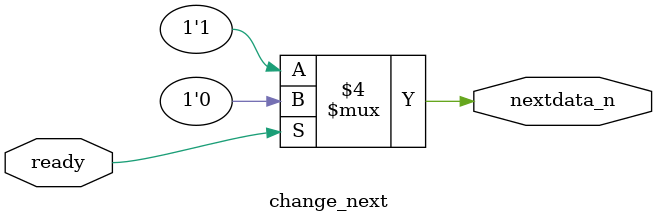
<source format=v>
module signal(
	input clk, //50MHz
	input [7:0] data,
	input ready,
	
	//需要输出的信号============================================================================
	output reg start,//暂停0 or 开始1-------------------------回车
	output reg [1:0] mode,//三种模式：单曲0，循环1，随机2-------左边键盘数字1 2 3
	output reg next,//切歌，高电平有效-------------------------waived
	output reg restart,//重新播放，高电平有效-------------------waived
	output reg record_mode,//录音：非录音模式0，录音模式1-------[：播放  ]：录音
	output reg recording,//录音1，播放录音0--------------------；录音  ‘ 播放录音
	output reg record_start,//开始录音1，停止录音0-------------空格
	output reg record_flag,//当前按键信号是否写入录音reg
	output reg [5:0] sound,//音量-----------------------------方向上下键
							 //音量反馈在Sin_Generator模块中是使信号右移，则数越大，音量越小
	output reg [3:0] note,//音符序号---------------------------Q~U低音区，A~J中音区
	output reg [7:0] out_dis1	//mode
	//=========================================================================================
	);
	
	
	reg flag;//记录键盘data是否有效
	
	initial 
	begin
		flag <= 1'b1;
		start <= 1'b0;
		mode <= 2'b01;
		next <= 1'b0;
		record_mode <= 1'b0;
		recording <= 1'b0;
		record_start <= 1'b0;
		sound <= 5'd4;
		note <= 4'b0;
	end
	
	always @ (negedge clk)
	begin
		if(next == 1'b1)
			next <= 1'b0;
				
		if(restart == 1'b1)
			restart <= 1'b0;
				
		if(ready == 1)
		begin
			if(data == 8'b11110000 || flag == 0)  //无效信号
			begin		
				record_flag <= 1'b0;
				
				if(flag == 0)
				begin
					flag <= 1;
				end
				else
					flag <= 0;		
			end
			else
			begin
				case(data)
					8'h5A:begin start <= ~start; end	// enter 开始暂停
					8'h16:begin mode <= 2'b00; end	// 1 单曲播放
					8'h1E:begin mode <= 2'b01; end	// 2 列表循环
					8'h26:begin mode <= 2'b10; end	// 3 随机播放
					8'h74:begin next <= 1'b1; end		// WAIVED
					8'h6B:begin restart <= 1'b1; end	// WAIVED
					8'h54:begin // [ 切换到非录音模式，如果当前正在录音则停止，并且下次切换到录音模式时播放录音
								record_mode <= 1'b0; 
								record_start <= 1'b0; 
								recording <= 1'b0;
								record_flag <= 1'b0;
								start <= 1'b0;
							end
					8'h5B:begin	// ] 录音模式
								record_mode <= 1'b1; 
								start <= 1'b0;
							end
					8'h52:begin recording <= 1'b0; record_start <= 1'b0; end	// ' 播放录音
					8'h4C:begin	// ; 录音
								if(record_mode == 1'b1)//当处于录音模式时才能开启录音功能
									recording <= 1'b1;
							end
					8'h29:begin	// space: start/stop record
								if(recording == 1'b1)//当正在录音的时候才能开始或停止录音
									record_start <= ~record_start;
							end
					8'h75:begin	// PgUp: volume+
								if(sound > 5'b00000)//当不为0时才能减
									sound = sound - 3'b001;
							end
					8'h72:begin	// PgDn: volume-
								if(sound < 5'b10000)//当不为16时才能加
									sound = sound + 3'b001;
							end
					default:
					begin
						if(record_start == 1'b1)
						begin
							record_flag <= 1'b1;
							case (data)
								8'h15:begin note <= 4'h1; end
								8'h1D:begin note <= 4'h2; end
								8'h24:begin note <= 4'h3; end
								8'h2D:begin note <= 4'h4; end
								8'h2C:begin note <= 4'h5; end
								8'h35:begin note <= 4'h6; end
								8'h3C:begin note <= 4'h7; end
								8'h1C:begin note <= 4'h8; end
								8'h1B:begin note <= 4'h9; end
								8'h23:begin note <= 4'hA; end
								8'h2B:begin note <= 4'hB; end
								8'h34:begin note <= 4'hC; end
								8'h33:begin note <= 4'hD; end
								8'h3B:begin note <= 4'hE; end
								default: record_flag <= 1'b0;
							endcase
						end
					end
				endcase
			end
		end
		case(mode)
			0:out_dis1 <= 7'b1000000;
			1:out_dis1 <= 7'b1111001;
			2:out_dis1 <= 7'b0100100;
		endcase
	end
endmodule
	
module change_next(nextdata_n, ready);
	input ready;
	output reg nextdata_n;
	
	always @ (ready)
	begin
		if(ready == 1)
			nextdata_n <= 0;
		else
			nextdata_n <= 1;
	end
endmodule

</source>
